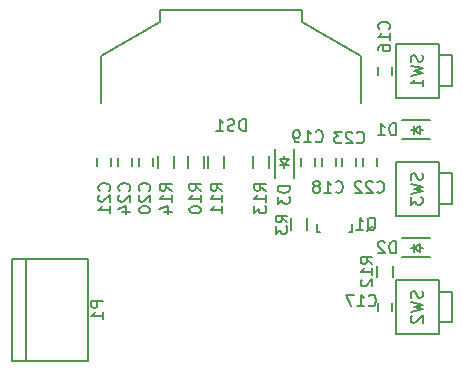
<source format=gbo>
G04 #@! TF.FileFunction,Legend,Bot*
%FSLAX46Y46*%
G04 Gerber Fmt 4.6, Leading zero omitted, Abs format (unit mm)*
G04 Created by KiCad (PCBNEW (2015-08-11 BZR 6084)-product) date Mi 23 Sep 2015 17:42:07 CEST*
%MOMM*%
G01*
G04 APERTURE LIST*
%ADD10C,0.100000*%
%ADD11C,0.150000*%
G04 APERTURE END LIST*
D10*
D11*
X31500000Y-20850000D02*
X31500000Y-19850000D01*
X43500000Y-19850000D02*
X43500000Y-20850000D01*
X43500000Y-19850000D02*
X42600000Y-19850000D01*
X42600000Y-19850000D02*
X31500000Y-19850000D01*
X26500000Y-23750000D02*
X31500000Y-20850000D01*
X43500000Y-20850000D02*
X48500000Y-23750000D01*
X26500000Y-27750000D02*
X26500000Y-23750000D01*
X48500000Y-27750000D02*
X48500000Y-23750000D01*
X42000000Y-32500000D02*
X42000000Y-32250000D01*
X42000000Y-33000000D02*
X42000000Y-33250000D01*
X42000000Y-33000000D02*
X42350000Y-32500000D01*
X42350000Y-32500000D02*
X41650000Y-32500000D01*
X41650000Y-32500000D02*
X42000000Y-33000000D01*
X42350000Y-33000000D02*
X41650000Y-33000000D01*
X41200000Y-34050000D02*
X41200000Y-31650000D01*
X42800000Y-34050000D02*
X42800000Y-31650000D01*
X40675000Y-33250000D02*
X40675000Y-32250000D01*
X39325000Y-32250000D02*
X39325000Y-33250000D01*
X18932540Y-49600900D02*
X18932540Y-40900900D01*
X25337540Y-49600900D02*
X25337540Y-40900900D01*
X25337540Y-40900900D02*
X18932540Y-40900900D01*
X20162540Y-40900900D02*
X20162540Y-49600900D01*
X18932540Y-49600900D02*
X25337540Y-49600900D01*
X49900000Y-24650000D02*
X49900000Y-25350000D01*
X51100000Y-25350000D02*
X51100000Y-24650000D01*
X51100000Y-45350000D02*
X51100000Y-44650000D01*
X49900000Y-44650000D02*
X49900000Y-45350000D01*
X45150000Y-32400000D02*
X45150000Y-33100000D01*
X46350000Y-33100000D02*
X46350000Y-32400000D01*
X43400000Y-32400000D02*
X43400000Y-33100000D01*
X44600000Y-33100000D02*
X44600000Y-32400000D01*
X29650000Y-32400000D02*
X29650000Y-33100000D01*
X30850000Y-33100000D02*
X30850000Y-32400000D01*
X26150000Y-32400000D02*
X26150000Y-33100000D01*
X27350000Y-33100000D02*
X27350000Y-32400000D01*
X49850000Y-33100000D02*
X49850000Y-32400000D01*
X48650000Y-32400000D02*
X48650000Y-33100000D01*
X48100000Y-33100000D02*
X48100000Y-32400000D01*
X46900000Y-32400000D02*
X46900000Y-33100000D01*
X27900000Y-32400000D02*
X27900000Y-33100000D01*
X29100000Y-33100000D02*
X29100000Y-32400000D01*
X53500000Y-30000000D02*
X53750000Y-30000000D01*
X53000000Y-30000000D02*
X52750000Y-30000000D01*
X53000000Y-30000000D02*
X53500000Y-30350000D01*
X53500000Y-30350000D02*
X53500000Y-29650000D01*
X53500000Y-29650000D02*
X53000000Y-30000000D01*
X53000000Y-30350000D02*
X53000000Y-29650000D01*
X51950000Y-29200000D02*
X54350000Y-29200000D01*
X51950000Y-30800000D02*
X54350000Y-30800000D01*
X53500000Y-40000000D02*
X53750000Y-40000000D01*
X53000000Y-40000000D02*
X52750000Y-40000000D01*
X53000000Y-40000000D02*
X53500000Y-40350000D01*
X53500000Y-40350000D02*
X53500000Y-39650000D01*
X53500000Y-39650000D02*
X53000000Y-40000000D01*
X53000000Y-40350000D02*
X53000000Y-39650000D01*
X51950000Y-39200000D02*
X54350000Y-39200000D01*
X51950000Y-40800000D02*
X54350000Y-40800000D01*
X47525856Y-38650240D02*
X47477596Y-38650240D01*
X44726876Y-37949200D02*
X44726876Y-38650240D01*
X44726876Y-38650240D02*
X44975796Y-38650240D01*
X47525856Y-38650240D02*
X47726516Y-38650240D01*
X47726516Y-38650240D02*
X47726516Y-37949200D01*
X43901696Y-38500000D02*
X43901696Y-37500000D01*
X42551696Y-37500000D02*
X42551696Y-38500000D01*
X33825000Y-32250000D02*
X33825000Y-33250000D01*
X35175000Y-33250000D02*
X35175000Y-32250000D01*
X35575000Y-32250000D02*
X35575000Y-33250000D01*
X36925000Y-33250000D02*
X36925000Y-32250000D01*
X51175000Y-42500000D02*
X51175000Y-41500000D01*
X49825000Y-41500000D02*
X49825000Y-42500000D01*
X32675000Y-33250000D02*
X32675000Y-32250000D01*
X31325000Y-32250000D02*
X31325000Y-33250000D01*
X55050000Y-26300000D02*
X56150000Y-26300000D01*
X55050000Y-23700000D02*
X56150000Y-23700000D01*
X56150000Y-26300000D02*
X56150000Y-23700000D01*
X55050000Y-27300000D02*
X55050000Y-22700000D01*
X51450000Y-22700000D02*
X55050000Y-22700000D01*
X51450000Y-27300000D02*
X55050000Y-27300000D01*
X51450000Y-27300000D02*
X51450000Y-22700000D01*
X55050000Y-46300000D02*
X56150000Y-46300000D01*
X55050000Y-43700000D02*
X56150000Y-43700000D01*
X56150000Y-46300000D02*
X56150000Y-43700000D01*
X55050000Y-47300000D02*
X55050000Y-42700000D01*
X51450000Y-42700000D02*
X55050000Y-42700000D01*
X51450000Y-47300000D02*
X55050000Y-47300000D01*
X51450000Y-47300000D02*
X51450000Y-42700000D01*
X55050000Y-36300000D02*
X56150000Y-36300000D01*
X55050000Y-33700000D02*
X56150000Y-33700000D01*
X56150000Y-36300000D02*
X56150000Y-33700000D01*
X55050000Y-37300000D02*
X55050000Y-32700000D01*
X51450000Y-32700000D02*
X55050000Y-32700000D01*
X51450000Y-37300000D02*
X55050000Y-37300000D01*
X51450000Y-37300000D02*
X51450000Y-32700000D01*
X38714286Y-30102381D02*
X38714286Y-29102381D01*
X38476191Y-29102381D01*
X38333333Y-29150000D01*
X38238095Y-29245238D01*
X38190476Y-29340476D01*
X38142857Y-29530952D01*
X38142857Y-29673810D01*
X38190476Y-29864286D01*
X38238095Y-29959524D01*
X38333333Y-30054762D01*
X38476191Y-30102381D01*
X38714286Y-30102381D01*
X37761905Y-30054762D02*
X37619048Y-30102381D01*
X37380952Y-30102381D01*
X37285714Y-30054762D01*
X37238095Y-30007143D01*
X37190476Y-29911905D01*
X37190476Y-29816667D01*
X37238095Y-29721429D01*
X37285714Y-29673810D01*
X37380952Y-29626190D01*
X37571429Y-29578571D01*
X37666667Y-29530952D01*
X37714286Y-29483333D01*
X37761905Y-29388095D01*
X37761905Y-29292857D01*
X37714286Y-29197619D01*
X37666667Y-29150000D01*
X37571429Y-29102381D01*
X37333333Y-29102381D01*
X37190476Y-29150000D01*
X36238095Y-30102381D02*
X36809524Y-30102381D01*
X36523810Y-30102381D02*
X36523810Y-29102381D01*
X36619048Y-29245238D01*
X36714286Y-29340476D01*
X36809524Y-29388095D01*
X42452381Y-34761905D02*
X41452381Y-34761905D01*
X41452381Y-35000000D01*
X41500000Y-35142858D01*
X41595238Y-35238096D01*
X41690476Y-35285715D01*
X41880952Y-35333334D01*
X42023810Y-35333334D01*
X42214286Y-35285715D01*
X42309524Y-35238096D01*
X42404762Y-35142858D01*
X42452381Y-35000000D01*
X42452381Y-34761905D01*
X41452381Y-35666667D02*
X41452381Y-36285715D01*
X41833333Y-35952381D01*
X41833333Y-36095239D01*
X41880952Y-36190477D01*
X41928571Y-36238096D01*
X42023810Y-36285715D01*
X42261905Y-36285715D01*
X42357143Y-36238096D01*
X42404762Y-36190477D01*
X42452381Y-36095239D01*
X42452381Y-35809524D01*
X42404762Y-35714286D01*
X42357143Y-35666667D01*
X40452381Y-35157143D02*
X39976190Y-34823809D01*
X40452381Y-34585714D02*
X39452381Y-34585714D01*
X39452381Y-34966667D01*
X39500000Y-35061905D01*
X39547619Y-35109524D01*
X39642857Y-35157143D01*
X39785714Y-35157143D01*
X39880952Y-35109524D01*
X39928571Y-35061905D01*
X39976190Y-34966667D01*
X39976190Y-34585714D01*
X40452381Y-36109524D02*
X40452381Y-35538095D01*
X40452381Y-35823809D02*
X39452381Y-35823809D01*
X39595238Y-35728571D01*
X39690476Y-35633333D01*
X39738095Y-35538095D01*
X39452381Y-36442857D02*
X39452381Y-37061905D01*
X39833333Y-36728571D01*
X39833333Y-36871429D01*
X39880952Y-36966667D01*
X39928571Y-37014286D01*
X40023810Y-37061905D01*
X40261905Y-37061905D01*
X40357143Y-37014286D01*
X40404762Y-36966667D01*
X40452381Y-36871429D01*
X40452381Y-36585714D01*
X40404762Y-36490476D01*
X40357143Y-36442857D01*
X26652381Y-44511905D02*
X25652381Y-44511905D01*
X25652381Y-44892858D01*
X25700000Y-44988096D01*
X25747619Y-45035715D01*
X25842857Y-45083334D01*
X25985714Y-45083334D01*
X26080952Y-45035715D01*
X26128571Y-44988096D01*
X26176190Y-44892858D01*
X26176190Y-44511905D01*
X26652381Y-46035715D02*
X26652381Y-45464286D01*
X26652381Y-45750000D02*
X25652381Y-45750000D01*
X25795238Y-45654762D01*
X25890476Y-45559524D01*
X25938095Y-45464286D01*
X50857143Y-21457143D02*
X50904762Y-21409524D01*
X50952381Y-21266667D01*
X50952381Y-21171429D01*
X50904762Y-21028571D01*
X50809524Y-20933333D01*
X50714286Y-20885714D01*
X50523810Y-20838095D01*
X50380952Y-20838095D01*
X50190476Y-20885714D01*
X50095238Y-20933333D01*
X50000000Y-21028571D01*
X49952381Y-21171429D01*
X49952381Y-21266667D01*
X50000000Y-21409524D01*
X50047619Y-21457143D01*
X50952381Y-22409524D02*
X50952381Y-21838095D01*
X50952381Y-22123809D02*
X49952381Y-22123809D01*
X50095238Y-22028571D01*
X50190476Y-21933333D01*
X50238095Y-21838095D01*
X49952381Y-23266667D02*
X49952381Y-23076190D01*
X50000000Y-22980952D01*
X50047619Y-22933333D01*
X50190476Y-22838095D01*
X50380952Y-22790476D01*
X50761905Y-22790476D01*
X50857143Y-22838095D01*
X50904762Y-22885714D01*
X50952381Y-22980952D01*
X50952381Y-23171429D01*
X50904762Y-23266667D01*
X50857143Y-23314286D01*
X50761905Y-23361905D01*
X50523810Y-23361905D01*
X50428571Y-23314286D01*
X50380952Y-23266667D01*
X50333333Y-23171429D01*
X50333333Y-22980952D01*
X50380952Y-22885714D01*
X50428571Y-22838095D01*
X50523810Y-22790476D01*
X49142857Y-44857143D02*
X49190476Y-44904762D01*
X49333333Y-44952381D01*
X49428571Y-44952381D01*
X49571429Y-44904762D01*
X49666667Y-44809524D01*
X49714286Y-44714286D01*
X49761905Y-44523810D01*
X49761905Y-44380952D01*
X49714286Y-44190476D01*
X49666667Y-44095238D01*
X49571429Y-44000000D01*
X49428571Y-43952381D01*
X49333333Y-43952381D01*
X49190476Y-44000000D01*
X49142857Y-44047619D01*
X48190476Y-44952381D02*
X48761905Y-44952381D01*
X48476191Y-44952381D02*
X48476191Y-43952381D01*
X48571429Y-44095238D01*
X48666667Y-44190476D01*
X48761905Y-44238095D01*
X47857143Y-43952381D02*
X47190476Y-43952381D01*
X47619048Y-44952381D01*
X46342857Y-35257143D02*
X46390476Y-35304762D01*
X46533333Y-35352381D01*
X46628571Y-35352381D01*
X46771429Y-35304762D01*
X46866667Y-35209524D01*
X46914286Y-35114286D01*
X46961905Y-34923810D01*
X46961905Y-34780952D01*
X46914286Y-34590476D01*
X46866667Y-34495238D01*
X46771429Y-34400000D01*
X46628571Y-34352381D01*
X46533333Y-34352381D01*
X46390476Y-34400000D01*
X46342857Y-34447619D01*
X45390476Y-35352381D02*
X45961905Y-35352381D01*
X45676191Y-35352381D02*
X45676191Y-34352381D01*
X45771429Y-34495238D01*
X45866667Y-34590476D01*
X45961905Y-34638095D01*
X44819048Y-34780952D02*
X44914286Y-34733333D01*
X44961905Y-34685714D01*
X45009524Y-34590476D01*
X45009524Y-34542857D01*
X44961905Y-34447619D01*
X44914286Y-34400000D01*
X44819048Y-34352381D01*
X44628571Y-34352381D01*
X44533333Y-34400000D01*
X44485714Y-34447619D01*
X44438095Y-34542857D01*
X44438095Y-34590476D01*
X44485714Y-34685714D01*
X44533333Y-34733333D01*
X44628571Y-34780952D01*
X44819048Y-34780952D01*
X44914286Y-34828571D01*
X44961905Y-34876190D01*
X45009524Y-34971429D01*
X45009524Y-35161905D01*
X44961905Y-35257143D01*
X44914286Y-35304762D01*
X44819048Y-35352381D01*
X44628571Y-35352381D01*
X44533333Y-35304762D01*
X44485714Y-35257143D01*
X44438095Y-35161905D01*
X44438095Y-34971429D01*
X44485714Y-34876190D01*
X44533333Y-34828571D01*
X44628571Y-34780952D01*
X44642857Y-30957143D02*
X44690476Y-31004762D01*
X44833333Y-31052381D01*
X44928571Y-31052381D01*
X45071429Y-31004762D01*
X45166667Y-30909524D01*
X45214286Y-30814286D01*
X45261905Y-30623810D01*
X45261905Y-30480952D01*
X45214286Y-30290476D01*
X45166667Y-30195238D01*
X45071429Y-30100000D01*
X44928571Y-30052381D01*
X44833333Y-30052381D01*
X44690476Y-30100000D01*
X44642857Y-30147619D01*
X43690476Y-31052381D02*
X44261905Y-31052381D01*
X43976191Y-31052381D02*
X43976191Y-30052381D01*
X44071429Y-30195238D01*
X44166667Y-30290476D01*
X44261905Y-30338095D01*
X43214286Y-31052381D02*
X43023810Y-31052381D01*
X42928571Y-31004762D01*
X42880952Y-30957143D01*
X42785714Y-30814286D01*
X42738095Y-30623810D01*
X42738095Y-30242857D01*
X42785714Y-30147619D01*
X42833333Y-30100000D01*
X42928571Y-30052381D01*
X43119048Y-30052381D01*
X43214286Y-30100000D01*
X43261905Y-30147619D01*
X43309524Y-30242857D01*
X43309524Y-30480952D01*
X43261905Y-30576190D01*
X43214286Y-30623810D01*
X43119048Y-30671429D01*
X42928571Y-30671429D01*
X42833333Y-30623810D01*
X42785714Y-30576190D01*
X42738095Y-30480952D01*
X30557143Y-35157143D02*
X30604762Y-35109524D01*
X30652381Y-34966667D01*
X30652381Y-34871429D01*
X30604762Y-34728571D01*
X30509524Y-34633333D01*
X30414286Y-34585714D01*
X30223810Y-34538095D01*
X30080952Y-34538095D01*
X29890476Y-34585714D01*
X29795238Y-34633333D01*
X29700000Y-34728571D01*
X29652381Y-34871429D01*
X29652381Y-34966667D01*
X29700000Y-35109524D01*
X29747619Y-35157143D01*
X29747619Y-35538095D02*
X29700000Y-35585714D01*
X29652381Y-35680952D01*
X29652381Y-35919048D01*
X29700000Y-36014286D01*
X29747619Y-36061905D01*
X29842857Y-36109524D01*
X29938095Y-36109524D01*
X30080952Y-36061905D01*
X30652381Y-35490476D01*
X30652381Y-36109524D01*
X29652381Y-36728571D02*
X29652381Y-36823810D01*
X29700000Y-36919048D01*
X29747619Y-36966667D01*
X29842857Y-37014286D01*
X30033333Y-37061905D01*
X30271429Y-37061905D01*
X30461905Y-37014286D01*
X30557143Y-36966667D01*
X30604762Y-36919048D01*
X30652381Y-36823810D01*
X30652381Y-36728571D01*
X30604762Y-36633333D01*
X30557143Y-36585714D01*
X30461905Y-36538095D01*
X30271429Y-36490476D01*
X30033333Y-36490476D01*
X29842857Y-36538095D01*
X29747619Y-36585714D01*
X29700000Y-36633333D01*
X29652381Y-36728571D01*
X27157143Y-35157143D02*
X27204762Y-35109524D01*
X27252381Y-34966667D01*
X27252381Y-34871429D01*
X27204762Y-34728571D01*
X27109524Y-34633333D01*
X27014286Y-34585714D01*
X26823810Y-34538095D01*
X26680952Y-34538095D01*
X26490476Y-34585714D01*
X26395238Y-34633333D01*
X26300000Y-34728571D01*
X26252381Y-34871429D01*
X26252381Y-34966667D01*
X26300000Y-35109524D01*
X26347619Y-35157143D01*
X26347619Y-35538095D02*
X26300000Y-35585714D01*
X26252381Y-35680952D01*
X26252381Y-35919048D01*
X26300000Y-36014286D01*
X26347619Y-36061905D01*
X26442857Y-36109524D01*
X26538095Y-36109524D01*
X26680952Y-36061905D01*
X27252381Y-35490476D01*
X27252381Y-36109524D01*
X27252381Y-37061905D02*
X27252381Y-36490476D01*
X27252381Y-36776190D02*
X26252381Y-36776190D01*
X26395238Y-36680952D01*
X26490476Y-36585714D01*
X26538095Y-36490476D01*
X49842857Y-35257143D02*
X49890476Y-35304762D01*
X50033333Y-35352381D01*
X50128571Y-35352381D01*
X50271429Y-35304762D01*
X50366667Y-35209524D01*
X50414286Y-35114286D01*
X50461905Y-34923810D01*
X50461905Y-34780952D01*
X50414286Y-34590476D01*
X50366667Y-34495238D01*
X50271429Y-34400000D01*
X50128571Y-34352381D01*
X50033333Y-34352381D01*
X49890476Y-34400000D01*
X49842857Y-34447619D01*
X49461905Y-34447619D02*
X49414286Y-34400000D01*
X49319048Y-34352381D01*
X49080952Y-34352381D01*
X48985714Y-34400000D01*
X48938095Y-34447619D01*
X48890476Y-34542857D01*
X48890476Y-34638095D01*
X48938095Y-34780952D01*
X49509524Y-35352381D01*
X48890476Y-35352381D01*
X48509524Y-34447619D02*
X48461905Y-34400000D01*
X48366667Y-34352381D01*
X48128571Y-34352381D01*
X48033333Y-34400000D01*
X47985714Y-34447619D01*
X47938095Y-34542857D01*
X47938095Y-34638095D01*
X47985714Y-34780952D01*
X48557143Y-35352381D01*
X47938095Y-35352381D01*
X48142857Y-31057143D02*
X48190476Y-31104762D01*
X48333333Y-31152381D01*
X48428571Y-31152381D01*
X48571429Y-31104762D01*
X48666667Y-31009524D01*
X48714286Y-30914286D01*
X48761905Y-30723810D01*
X48761905Y-30580952D01*
X48714286Y-30390476D01*
X48666667Y-30295238D01*
X48571429Y-30200000D01*
X48428571Y-30152381D01*
X48333333Y-30152381D01*
X48190476Y-30200000D01*
X48142857Y-30247619D01*
X47761905Y-30247619D02*
X47714286Y-30200000D01*
X47619048Y-30152381D01*
X47380952Y-30152381D01*
X47285714Y-30200000D01*
X47238095Y-30247619D01*
X47190476Y-30342857D01*
X47190476Y-30438095D01*
X47238095Y-30580952D01*
X47809524Y-31152381D01*
X47190476Y-31152381D01*
X46857143Y-30152381D02*
X46238095Y-30152381D01*
X46571429Y-30533333D01*
X46428571Y-30533333D01*
X46333333Y-30580952D01*
X46285714Y-30628571D01*
X46238095Y-30723810D01*
X46238095Y-30961905D01*
X46285714Y-31057143D01*
X46333333Y-31104762D01*
X46428571Y-31152381D01*
X46714286Y-31152381D01*
X46809524Y-31104762D01*
X46857143Y-31057143D01*
X28857143Y-35157143D02*
X28904762Y-35109524D01*
X28952381Y-34966667D01*
X28952381Y-34871429D01*
X28904762Y-34728571D01*
X28809524Y-34633333D01*
X28714286Y-34585714D01*
X28523810Y-34538095D01*
X28380952Y-34538095D01*
X28190476Y-34585714D01*
X28095238Y-34633333D01*
X28000000Y-34728571D01*
X27952381Y-34871429D01*
X27952381Y-34966667D01*
X28000000Y-35109524D01*
X28047619Y-35157143D01*
X28047619Y-35538095D02*
X28000000Y-35585714D01*
X27952381Y-35680952D01*
X27952381Y-35919048D01*
X28000000Y-36014286D01*
X28047619Y-36061905D01*
X28142857Y-36109524D01*
X28238095Y-36109524D01*
X28380952Y-36061905D01*
X28952381Y-35490476D01*
X28952381Y-36109524D01*
X28285714Y-36966667D02*
X28952381Y-36966667D01*
X27904762Y-36728571D02*
X28619048Y-36490476D01*
X28619048Y-37109524D01*
X51438095Y-30452381D02*
X51438095Y-29452381D01*
X51200000Y-29452381D01*
X51057142Y-29500000D01*
X50961904Y-29595238D01*
X50914285Y-29690476D01*
X50866666Y-29880952D01*
X50866666Y-30023810D01*
X50914285Y-30214286D01*
X50961904Y-30309524D01*
X51057142Y-30404762D01*
X51200000Y-30452381D01*
X51438095Y-30452381D01*
X49914285Y-30452381D02*
X50485714Y-30452381D01*
X50200000Y-30452381D02*
X50200000Y-29452381D01*
X50295238Y-29595238D01*
X50390476Y-29690476D01*
X50485714Y-29738095D01*
X51438095Y-40452381D02*
X51438095Y-39452381D01*
X51200000Y-39452381D01*
X51057142Y-39500000D01*
X50961904Y-39595238D01*
X50914285Y-39690476D01*
X50866666Y-39880952D01*
X50866666Y-40023810D01*
X50914285Y-40214286D01*
X50961904Y-40309524D01*
X51057142Y-40404762D01*
X51200000Y-40452381D01*
X51438095Y-40452381D01*
X50485714Y-39547619D02*
X50438095Y-39500000D01*
X50342857Y-39452381D01*
X50104761Y-39452381D01*
X50009523Y-39500000D01*
X49961904Y-39547619D01*
X49914285Y-39642857D01*
X49914285Y-39738095D01*
X49961904Y-39880952D01*
X50533333Y-40452381D01*
X49914285Y-40452381D01*
X48995238Y-38547619D02*
X49090476Y-38500000D01*
X49185714Y-38404762D01*
X49328571Y-38261905D01*
X49423810Y-38214286D01*
X49519048Y-38214286D01*
X49471429Y-38452381D02*
X49566667Y-38404762D01*
X49661905Y-38309524D01*
X49709524Y-38119048D01*
X49709524Y-37785714D01*
X49661905Y-37595238D01*
X49566667Y-37500000D01*
X49471429Y-37452381D01*
X49280952Y-37452381D01*
X49185714Y-37500000D01*
X49090476Y-37595238D01*
X49042857Y-37785714D01*
X49042857Y-38119048D01*
X49090476Y-38309524D01*
X49185714Y-38404762D01*
X49280952Y-38452381D01*
X49471429Y-38452381D01*
X48090476Y-38452381D02*
X48661905Y-38452381D01*
X48376191Y-38452381D02*
X48376191Y-37452381D01*
X48471429Y-37595238D01*
X48566667Y-37690476D01*
X48661905Y-37738095D01*
X42252381Y-37833334D02*
X41776190Y-37500000D01*
X42252381Y-37261905D02*
X41252381Y-37261905D01*
X41252381Y-37642858D01*
X41300000Y-37738096D01*
X41347619Y-37785715D01*
X41442857Y-37833334D01*
X41585714Y-37833334D01*
X41680952Y-37785715D01*
X41728571Y-37738096D01*
X41776190Y-37642858D01*
X41776190Y-37261905D01*
X41252381Y-38166667D02*
X41252381Y-38785715D01*
X41633333Y-38452381D01*
X41633333Y-38595239D01*
X41680952Y-38690477D01*
X41728571Y-38738096D01*
X41823810Y-38785715D01*
X42061905Y-38785715D01*
X42157143Y-38738096D01*
X42204762Y-38690477D01*
X42252381Y-38595239D01*
X42252381Y-38309524D01*
X42204762Y-38214286D01*
X42157143Y-38166667D01*
X34952381Y-35157143D02*
X34476190Y-34823809D01*
X34952381Y-34585714D02*
X33952381Y-34585714D01*
X33952381Y-34966667D01*
X34000000Y-35061905D01*
X34047619Y-35109524D01*
X34142857Y-35157143D01*
X34285714Y-35157143D01*
X34380952Y-35109524D01*
X34428571Y-35061905D01*
X34476190Y-34966667D01*
X34476190Y-34585714D01*
X34952381Y-36109524D02*
X34952381Y-35538095D01*
X34952381Y-35823809D02*
X33952381Y-35823809D01*
X34095238Y-35728571D01*
X34190476Y-35633333D01*
X34238095Y-35538095D01*
X33952381Y-36728571D02*
X33952381Y-36823810D01*
X34000000Y-36919048D01*
X34047619Y-36966667D01*
X34142857Y-37014286D01*
X34333333Y-37061905D01*
X34571429Y-37061905D01*
X34761905Y-37014286D01*
X34857143Y-36966667D01*
X34904762Y-36919048D01*
X34952381Y-36823810D01*
X34952381Y-36728571D01*
X34904762Y-36633333D01*
X34857143Y-36585714D01*
X34761905Y-36538095D01*
X34571429Y-36490476D01*
X34333333Y-36490476D01*
X34142857Y-36538095D01*
X34047619Y-36585714D01*
X34000000Y-36633333D01*
X33952381Y-36728571D01*
X36752381Y-35157143D02*
X36276190Y-34823809D01*
X36752381Y-34585714D02*
X35752381Y-34585714D01*
X35752381Y-34966667D01*
X35800000Y-35061905D01*
X35847619Y-35109524D01*
X35942857Y-35157143D01*
X36085714Y-35157143D01*
X36180952Y-35109524D01*
X36228571Y-35061905D01*
X36276190Y-34966667D01*
X36276190Y-34585714D01*
X36752381Y-36109524D02*
X36752381Y-35538095D01*
X36752381Y-35823809D02*
X35752381Y-35823809D01*
X35895238Y-35728571D01*
X35990476Y-35633333D01*
X36038095Y-35538095D01*
X36752381Y-37061905D02*
X36752381Y-36490476D01*
X36752381Y-36776190D02*
X35752381Y-36776190D01*
X35895238Y-36680952D01*
X35990476Y-36585714D01*
X36038095Y-36490476D01*
X49452381Y-41357143D02*
X48976190Y-41023809D01*
X49452381Y-40785714D02*
X48452381Y-40785714D01*
X48452381Y-41166667D01*
X48500000Y-41261905D01*
X48547619Y-41309524D01*
X48642857Y-41357143D01*
X48785714Y-41357143D01*
X48880952Y-41309524D01*
X48928571Y-41261905D01*
X48976190Y-41166667D01*
X48976190Y-40785714D01*
X49452381Y-42309524D02*
X49452381Y-41738095D01*
X49452381Y-42023809D02*
X48452381Y-42023809D01*
X48595238Y-41928571D01*
X48690476Y-41833333D01*
X48738095Y-41738095D01*
X48547619Y-42690476D02*
X48500000Y-42738095D01*
X48452381Y-42833333D01*
X48452381Y-43071429D01*
X48500000Y-43166667D01*
X48547619Y-43214286D01*
X48642857Y-43261905D01*
X48738095Y-43261905D01*
X48880952Y-43214286D01*
X49452381Y-42642857D01*
X49452381Y-43261905D01*
X32452381Y-35157143D02*
X31976190Y-34823809D01*
X32452381Y-34585714D02*
X31452381Y-34585714D01*
X31452381Y-34966667D01*
X31500000Y-35061905D01*
X31547619Y-35109524D01*
X31642857Y-35157143D01*
X31785714Y-35157143D01*
X31880952Y-35109524D01*
X31928571Y-35061905D01*
X31976190Y-34966667D01*
X31976190Y-34585714D01*
X32452381Y-36109524D02*
X32452381Y-35538095D01*
X32452381Y-35823809D02*
X31452381Y-35823809D01*
X31595238Y-35728571D01*
X31690476Y-35633333D01*
X31738095Y-35538095D01*
X31785714Y-36966667D02*
X32452381Y-36966667D01*
X31404762Y-36728571D02*
X32119048Y-36490476D01*
X32119048Y-37109524D01*
X53654762Y-23666667D02*
X53702381Y-23809524D01*
X53702381Y-24047620D01*
X53654762Y-24142858D01*
X53607143Y-24190477D01*
X53511905Y-24238096D01*
X53416667Y-24238096D01*
X53321429Y-24190477D01*
X53273810Y-24142858D01*
X53226190Y-24047620D01*
X53178571Y-23857143D01*
X53130952Y-23761905D01*
X53083333Y-23714286D01*
X52988095Y-23666667D01*
X52892857Y-23666667D01*
X52797619Y-23714286D01*
X52750000Y-23761905D01*
X52702381Y-23857143D01*
X52702381Y-24095239D01*
X52750000Y-24238096D01*
X52702381Y-24571429D02*
X53702381Y-24809524D01*
X52988095Y-25000001D01*
X53702381Y-25190477D01*
X52702381Y-25428572D01*
X53702381Y-26333334D02*
X53702381Y-25761905D01*
X53702381Y-26047619D02*
X52702381Y-26047619D01*
X52845238Y-25952381D01*
X52940476Y-25857143D01*
X52988095Y-25761905D01*
X53654762Y-43666667D02*
X53702381Y-43809524D01*
X53702381Y-44047620D01*
X53654762Y-44142858D01*
X53607143Y-44190477D01*
X53511905Y-44238096D01*
X53416667Y-44238096D01*
X53321429Y-44190477D01*
X53273810Y-44142858D01*
X53226190Y-44047620D01*
X53178571Y-43857143D01*
X53130952Y-43761905D01*
X53083333Y-43714286D01*
X52988095Y-43666667D01*
X52892857Y-43666667D01*
X52797619Y-43714286D01*
X52750000Y-43761905D01*
X52702381Y-43857143D01*
X52702381Y-44095239D01*
X52750000Y-44238096D01*
X52702381Y-44571429D02*
X53702381Y-44809524D01*
X52988095Y-45000001D01*
X53702381Y-45190477D01*
X52702381Y-45428572D01*
X52797619Y-45761905D02*
X52750000Y-45809524D01*
X52702381Y-45904762D01*
X52702381Y-46142858D01*
X52750000Y-46238096D01*
X52797619Y-46285715D01*
X52892857Y-46333334D01*
X52988095Y-46333334D01*
X53130952Y-46285715D01*
X53702381Y-45714286D01*
X53702381Y-46333334D01*
X53654762Y-33666667D02*
X53702381Y-33809524D01*
X53702381Y-34047620D01*
X53654762Y-34142858D01*
X53607143Y-34190477D01*
X53511905Y-34238096D01*
X53416667Y-34238096D01*
X53321429Y-34190477D01*
X53273810Y-34142858D01*
X53226190Y-34047620D01*
X53178571Y-33857143D01*
X53130952Y-33761905D01*
X53083333Y-33714286D01*
X52988095Y-33666667D01*
X52892857Y-33666667D01*
X52797619Y-33714286D01*
X52750000Y-33761905D01*
X52702381Y-33857143D01*
X52702381Y-34095239D01*
X52750000Y-34238096D01*
X52702381Y-34571429D02*
X53702381Y-34809524D01*
X52988095Y-35000001D01*
X53702381Y-35190477D01*
X52702381Y-35428572D01*
X52702381Y-35714286D02*
X52702381Y-36333334D01*
X53083333Y-36000000D01*
X53083333Y-36142858D01*
X53130952Y-36238096D01*
X53178571Y-36285715D01*
X53273810Y-36333334D01*
X53511905Y-36333334D01*
X53607143Y-36285715D01*
X53654762Y-36238096D01*
X53702381Y-36142858D01*
X53702381Y-35857143D01*
X53654762Y-35761905D01*
X53607143Y-35714286D01*
M02*

</source>
